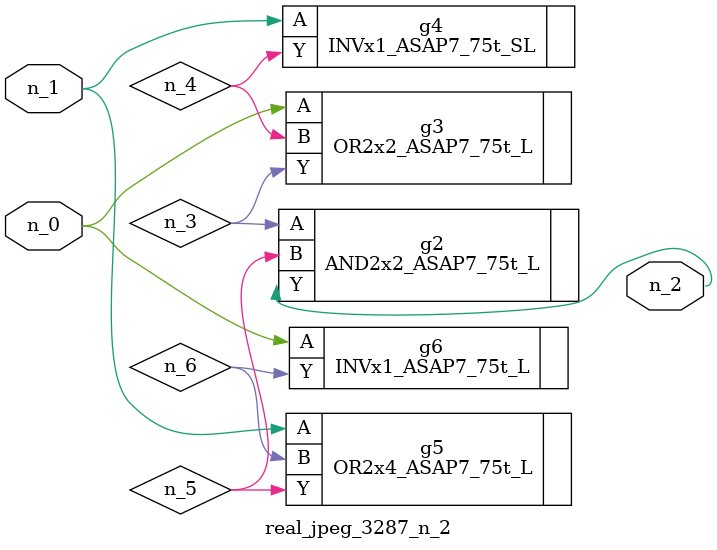
<source format=v>
module real_jpeg_3287_n_2 (n_1, n_0, n_2);

input n_1;
input n_0;

output n_2;

wire n_5;
wire n_4;
wire n_6;
wire n_3;

OR2x2_ASAP7_75t_L g3 ( 
.A(n_0),
.B(n_4),
.Y(n_3)
);

INVx1_ASAP7_75t_L g6 ( 
.A(n_0),
.Y(n_6)
);

INVx1_ASAP7_75t_SL g4 ( 
.A(n_1),
.Y(n_4)
);

OR2x4_ASAP7_75t_L g5 ( 
.A(n_1),
.B(n_6),
.Y(n_5)
);

AND2x2_ASAP7_75t_L g2 ( 
.A(n_3),
.B(n_5),
.Y(n_2)
);


endmodule
</source>
